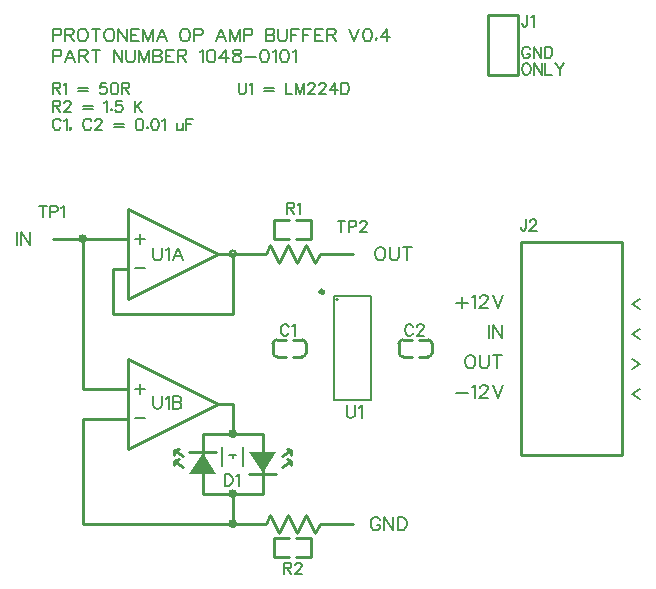
<source format=gto>
G04 Layer: TopSilkscreenLayer*
G04 Panelize: V-CUT, Column: 2, Row: 2, Board Size: 58.42mm x 58.42mm, Panelized Board Size: 118.84mm x 118.84mm*
G04 EasyEDA v6.5.32, 2023-07-25 14:04:49*
G04 318043db9db14eaab2a862ada9992c2d,5a6b42c53f6a479593ecc07194224c93,10*
G04 Gerber Generator version 0.2*
G04 Scale: 100 percent, Rotated: No, Reflected: No *
G04 Dimensions in millimeters *
G04 leading zeros omitted , absolute positions ,4 integer and 5 decimal *
%FSLAX45Y45*%
%MOMM*%

%ADD10C,0.1524*%
%ADD11C,0.2540*%
%ADD12C,0.1520*%
%ADD13C,0.1375*%
%ADD14C,0.4000*%
%ADD15C,0.0129*%

%LPD*%
D10*
X4769865Y3987037D02*
G01*
X4769865Y3914394D01*
X4765293Y3900678D01*
X4760722Y3896105D01*
X4751577Y3891534D01*
X4742688Y3891534D01*
X4733543Y3896105D01*
X4728972Y3900678D01*
X4724400Y3914394D01*
X4724400Y3923537D01*
X4804409Y3964431D02*
G01*
X4804409Y3969004D01*
X4808981Y3977894D01*
X4813554Y3982465D01*
X4822697Y3987037D01*
X4840731Y3987037D01*
X4849875Y3982465D01*
X4854447Y3977894D01*
X4859020Y3969004D01*
X4859020Y3959860D01*
X4854447Y3950715D01*
X4845304Y3937000D01*
X4799838Y3891534D01*
X4863591Y3891534D01*
X4227322Y3330447D02*
G01*
X4227322Y3232404D01*
X4178300Y3281426D02*
G01*
X4276597Y3281426D01*
X4312411Y3325113D02*
G01*
X4323334Y3330447D01*
X4339843Y3346957D01*
X4339843Y3232404D01*
X4381245Y3319526D02*
G01*
X4381245Y3325113D01*
X4386579Y3336036D01*
X4392168Y3341370D01*
X4403090Y3346957D01*
X4424934Y3346957D01*
X4435856Y3341370D01*
X4441190Y3336036D01*
X4446777Y3325113D01*
X4446777Y3314192D01*
X4441190Y3303270D01*
X4430268Y3287013D01*
X4375658Y3232404D01*
X4452111Y3232404D01*
X4488179Y3346957D02*
G01*
X4531868Y3232404D01*
X4575302Y3346957D02*
G01*
X4531868Y3232404D01*
X4178300Y2519426D02*
G01*
X4276597Y2519426D01*
X4312411Y2563113D02*
G01*
X4323334Y2568447D01*
X4339843Y2584957D01*
X4339843Y2470404D01*
X4381245Y2557526D02*
G01*
X4381245Y2563113D01*
X4386579Y2574036D01*
X4392168Y2579370D01*
X4403090Y2584957D01*
X4424934Y2584957D01*
X4435856Y2579370D01*
X4441190Y2574036D01*
X4446777Y2563113D01*
X4446777Y2552192D01*
X4441190Y2541270D01*
X4430268Y2525013D01*
X4375658Y2470404D01*
X4452111Y2470404D01*
X4488179Y2584957D02*
G01*
X4531868Y2470404D01*
X4575302Y2584957D02*
G01*
X4531868Y2470404D01*
X4457700Y3092957D02*
G01*
X4457700Y2978404D01*
X4493768Y3092957D02*
G01*
X4493768Y2978404D01*
X4493768Y3092957D02*
G01*
X4569968Y2978404D01*
X4569968Y3092957D02*
G01*
X4569968Y2978404D01*
X4287265Y2838957D02*
G01*
X4276343Y2833370D01*
X4265422Y2822447D01*
X4259834Y2811526D01*
X4254500Y2795270D01*
X4254500Y2768092D01*
X4259834Y2751581D01*
X4265422Y2740660D01*
X4276343Y2729737D01*
X4287265Y2724404D01*
X4309109Y2724404D01*
X4320031Y2729737D01*
X4330954Y2740660D01*
X4336288Y2751581D01*
X4341875Y2768092D01*
X4341875Y2795270D01*
X4336288Y2811526D01*
X4330954Y2822447D01*
X4320031Y2833370D01*
X4309109Y2838957D01*
X4287265Y2838957D01*
X4377690Y2838957D02*
G01*
X4377690Y2757170D01*
X4383277Y2740660D01*
X4394200Y2729737D01*
X4410456Y2724404D01*
X4421377Y2724404D01*
X4437888Y2729737D01*
X4448556Y2740660D01*
X4454143Y2757170D01*
X4454143Y2838957D01*
X4528311Y2838957D02*
G01*
X4528311Y2724404D01*
X4490211Y2838957D02*
G01*
X4566411Y2838957D01*
X762000Y5423915D02*
G01*
X762000Y5314950D01*
X762000Y5423915D02*
G01*
X808736Y5423915D01*
X824229Y5418836D01*
X829563Y5413502D01*
X834644Y5403087D01*
X834644Y5387594D01*
X829563Y5377179D01*
X824229Y5372100D01*
X808736Y5366765D01*
X762000Y5366765D01*
X910589Y5423915D02*
G01*
X868934Y5314950D01*
X910589Y5423915D02*
G01*
X952245Y5314950D01*
X884681Y5351271D02*
G01*
X936497Y5351271D01*
X986536Y5423915D02*
G01*
X986536Y5314950D01*
X986536Y5423915D02*
G01*
X1033271Y5423915D01*
X1048765Y5418836D01*
X1054100Y5413502D01*
X1059179Y5403087D01*
X1059179Y5392673D01*
X1054100Y5382260D01*
X1048765Y5377179D01*
X1033271Y5372100D01*
X986536Y5372100D01*
X1022857Y5372100D02*
G01*
X1059179Y5314950D01*
X1129792Y5423915D02*
G01*
X1129792Y5314950D01*
X1093470Y5423915D02*
G01*
X1166113Y5423915D01*
X1280413Y5423915D02*
G01*
X1280413Y5314950D01*
X1280413Y5423915D02*
G01*
X1353312Y5314950D01*
X1353312Y5423915D02*
G01*
X1353312Y5314950D01*
X1387602Y5423915D02*
G01*
X1387602Y5345937D01*
X1392681Y5330444D01*
X1403095Y5320029D01*
X1418589Y5314950D01*
X1429004Y5314950D01*
X1444752Y5320029D01*
X1455165Y5330444D01*
X1460245Y5345937D01*
X1460245Y5423915D01*
X1494536Y5423915D02*
G01*
X1494536Y5314950D01*
X1494536Y5423915D02*
G01*
X1536192Y5314950D01*
X1577594Y5423915D02*
G01*
X1536192Y5314950D01*
X1577594Y5423915D02*
G01*
X1577594Y5314950D01*
X1611884Y5423915D02*
G01*
X1611884Y5314950D01*
X1611884Y5423915D02*
G01*
X1658620Y5423915D01*
X1674368Y5418836D01*
X1679447Y5413502D01*
X1684781Y5403087D01*
X1684781Y5392673D01*
X1679447Y5382260D01*
X1674368Y5377179D01*
X1658620Y5372100D01*
X1611884Y5372100D02*
G01*
X1658620Y5372100D01*
X1674368Y5366765D01*
X1679447Y5361686D01*
X1684781Y5351271D01*
X1684781Y5335523D01*
X1679447Y5325110D01*
X1674368Y5320029D01*
X1658620Y5314950D01*
X1611884Y5314950D01*
X1719071Y5423915D02*
G01*
X1719071Y5314950D01*
X1719071Y5423915D02*
G01*
X1786636Y5423915D01*
X1719071Y5372100D02*
G01*
X1760473Y5372100D01*
X1719071Y5314950D02*
G01*
X1786636Y5314950D01*
X1820926Y5423915D02*
G01*
X1820926Y5314950D01*
X1820926Y5423915D02*
G01*
X1867662Y5423915D01*
X1883155Y5418836D01*
X1888489Y5413502D01*
X1893570Y5403087D01*
X1893570Y5392673D01*
X1888489Y5382260D01*
X1883155Y5377179D01*
X1867662Y5372100D01*
X1820926Y5372100D01*
X1857247Y5372100D02*
G01*
X1893570Y5314950D01*
X2007870Y5403087D02*
G01*
X2018284Y5408421D01*
X2033777Y5423915D01*
X2033777Y5314950D01*
X2099309Y5423915D02*
G01*
X2083815Y5418836D01*
X2073402Y5403087D01*
X2068068Y5377179D01*
X2068068Y5361686D01*
X2073402Y5335523D01*
X2083815Y5320029D01*
X2099309Y5314950D01*
X2109724Y5314950D01*
X2125218Y5320029D01*
X2135631Y5335523D01*
X2140965Y5361686D01*
X2140965Y5377179D01*
X2135631Y5403087D01*
X2125218Y5418836D01*
X2109724Y5423915D01*
X2099309Y5423915D01*
X2227072Y5423915D02*
G01*
X2175256Y5351271D01*
X2252979Y5351271D01*
X2227072Y5423915D02*
G01*
X2227072Y5314950D01*
X2313431Y5423915D02*
G01*
X2297684Y5418836D01*
X2292604Y5408421D01*
X2292604Y5398007D01*
X2297684Y5387594D01*
X2308097Y5382260D01*
X2328925Y5377179D01*
X2344420Y5372100D01*
X2354834Y5361686D01*
X2360168Y5351271D01*
X2360168Y5335523D01*
X2354834Y5325110D01*
X2349754Y5320029D01*
X2334259Y5314950D01*
X2313431Y5314950D01*
X2297684Y5320029D01*
X2292604Y5325110D01*
X2287270Y5335523D01*
X2287270Y5351271D01*
X2292604Y5361686D01*
X2303018Y5372100D01*
X2318511Y5377179D01*
X2339340Y5382260D01*
X2349754Y5387594D01*
X2354834Y5398007D01*
X2354834Y5408421D01*
X2349754Y5418836D01*
X2334259Y5423915D01*
X2313431Y5423915D01*
X2394458Y5361686D02*
G01*
X2487929Y5361686D01*
X2553461Y5423915D02*
G01*
X2537713Y5418836D01*
X2527300Y5403087D01*
X2522220Y5377179D01*
X2522220Y5361686D01*
X2527300Y5335523D01*
X2537713Y5320029D01*
X2553461Y5314950D01*
X2563875Y5314950D01*
X2579370Y5320029D01*
X2589784Y5335523D01*
X2594863Y5361686D01*
X2594863Y5377179D01*
X2589784Y5403087D01*
X2579370Y5418836D01*
X2563875Y5423915D01*
X2553461Y5423915D01*
X2629154Y5403087D02*
G01*
X2639568Y5408421D01*
X2655315Y5423915D01*
X2655315Y5314950D01*
X2720593Y5423915D02*
G01*
X2705100Y5418836D01*
X2694686Y5403087D01*
X2689606Y5377179D01*
X2689606Y5361686D01*
X2694686Y5335523D01*
X2705100Y5320029D01*
X2720593Y5314950D01*
X2731008Y5314950D01*
X2746756Y5320029D01*
X2757170Y5335523D01*
X2762250Y5361686D01*
X2762250Y5377179D01*
X2757170Y5403087D01*
X2746756Y5418836D01*
X2731008Y5423915D01*
X2720593Y5423915D01*
X2796540Y5403087D02*
G01*
X2806954Y5408421D01*
X2822447Y5423915D01*
X2822447Y5314950D01*
X762000Y5601715D02*
G01*
X762000Y5492750D01*
X762000Y5601715D02*
G01*
X808736Y5601715D01*
X824229Y5596636D01*
X829563Y5591302D01*
X834644Y5580887D01*
X834644Y5565394D01*
X829563Y5554979D01*
X824229Y5549900D01*
X808736Y5544565D01*
X762000Y5544565D01*
X868934Y5601715D02*
G01*
X868934Y5492750D01*
X868934Y5601715D02*
G01*
X915670Y5601715D01*
X931418Y5596636D01*
X936497Y5591302D01*
X941831Y5580887D01*
X941831Y5570473D01*
X936497Y5560060D01*
X931418Y5554979D01*
X915670Y5549900D01*
X868934Y5549900D01*
X905510Y5549900D02*
G01*
X941831Y5492750D01*
X1007110Y5601715D02*
G01*
X996950Y5596636D01*
X986536Y5586221D01*
X981202Y5575807D01*
X976121Y5560060D01*
X976121Y5534152D01*
X981202Y5518657D01*
X986536Y5508244D01*
X996950Y5497829D01*
X1007110Y5492750D01*
X1027937Y5492750D01*
X1038352Y5497829D01*
X1048765Y5508244D01*
X1054100Y5518657D01*
X1059179Y5534152D01*
X1059179Y5560060D01*
X1054100Y5575807D01*
X1048765Y5586221D01*
X1038352Y5596636D01*
X1027937Y5601715D01*
X1007110Y5601715D01*
X1129792Y5601715D02*
G01*
X1129792Y5492750D01*
X1093470Y5601715D02*
G01*
X1166113Y5601715D01*
X1231645Y5601715D02*
G01*
X1221231Y5596636D01*
X1210818Y5586221D01*
X1205737Y5575807D01*
X1200404Y5560060D01*
X1200404Y5534152D01*
X1205737Y5518657D01*
X1210818Y5508244D01*
X1221231Y5497829D01*
X1231645Y5492750D01*
X1252473Y5492750D01*
X1262887Y5497829D01*
X1273302Y5508244D01*
X1278381Y5518657D01*
X1283715Y5534152D01*
X1283715Y5560060D01*
X1278381Y5575807D01*
X1273302Y5586221D01*
X1262887Y5596636D01*
X1252473Y5601715D01*
X1231645Y5601715D01*
X1318005Y5601715D02*
G01*
X1318005Y5492750D01*
X1318005Y5601715D02*
G01*
X1390650Y5492750D01*
X1390650Y5601715D02*
G01*
X1390650Y5492750D01*
X1424939Y5601715D02*
G01*
X1424939Y5492750D01*
X1424939Y5601715D02*
G01*
X1492504Y5601715D01*
X1424939Y5549900D02*
G01*
X1466595Y5549900D01*
X1424939Y5492750D02*
G01*
X1492504Y5492750D01*
X1526794Y5601715D02*
G01*
X1526794Y5492750D01*
X1526794Y5601715D02*
G01*
X1568450Y5492750D01*
X1609852Y5601715D02*
G01*
X1568450Y5492750D01*
X1609852Y5601715D02*
G01*
X1609852Y5492750D01*
X1685797Y5601715D02*
G01*
X1644142Y5492750D01*
X1685797Y5601715D02*
G01*
X1727200Y5492750D01*
X1659889Y5529071D02*
G01*
X1711705Y5529071D01*
X1872742Y5601715D02*
G01*
X1862328Y5596636D01*
X1851913Y5586221D01*
X1846834Y5575807D01*
X1841500Y5560060D01*
X1841500Y5534152D01*
X1846834Y5518657D01*
X1851913Y5508244D01*
X1862328Y5497829D01*
X1872742Y5492750D01*
X1893570Y5492750D01*
X1903984Y5497829D01*
X1914397Y5508244D01*
X1919478Y5518657D01*
X1924812Y5534152D01*
X1924812Y5560060D01*
X1919478Y5575807D01*
X1914397Y5586221D01*
X1903984Y5596636D01*
X1893570Y5601715D01*
X1872742Y5601715D01*
X1959102Y5601715D02*
G01*
X1959102Y5492750D01*
X1959102Y5601715D02*
G01*
X2005838Y5601715D01*
X2021331Y5596636D01*
X2026665Y5591302D01*
X2031745Y5580887D01*
X2031745Y5565394D01*
X2026665Y5554979D01*
X2021331Y5549900D01*
X2005838Y5544565D01*
X1959102Y5544565D01*
X2187702Y5601715D02*
G01*
X2146045Y5492750D01*
X2187702Y5601715D02*
G01*
X2229104Y5492750D01*
X2161540Y5529071D02*
G01*
X2213609Y5529071D01*
X2263393Y5601715D02*
G01*
X2263393Y5492750D01*
X2263393Y5601715D02*
G01*
X2305050Y5492750D01*
X2346706Y5601715D02*
G01*
X2305050Y5492750D01*
X2346706Y5601715D02*
G01*
X2346706Y5492750D01*
X2380995Y5601715D02*
G01*
X2380995Y5492750D01*
X2380995Y5601715D02*
G01*
X2427731Y5601715D01*
X2443225Y5596636D01*
X2448559Y5591302D01*
X2453640Y5580887D01*
X2453640Y5565394D01*
X2448559Y5554979D01*
X2443225Y5549900D01*
X2427731Y5544565D01*
X2380995Y5544565D01*
X2567940Y5601715D02*
G01*
X2567940Y5492750D01*
X2567940Y5601715D02*
G01*
X2614675Y5601715D01*
X2630170Y5596636D01*
X2635504Y5591302D01*
X2640584Y5580887D01*
X2640584Y5570473D01*
X2635504Y5560060D01*
X2630170Y5554979D01*
X2614675Y5549900D01*
X2567940Y5549900D02*
G01*
X2614675Y5549900D01*
X2630170Y5544565D01*
X2635504Y5539486D01*
X2640584Y5529071D01*
X2640584Y5513323D01*
X2635504Y5502910D01*
X2630170Y5497829D01*
X2614675Y5492750D01*
X2567940Y5492750D01*
X2674874Y5601715D02*
G01*
X2674874Y5523737D01*
X2680208Y5508244D01*
X2690622Y5497829D01*
X2706115Y5492750D01*
X2716529Y5492750D01*
X2732024Y5497829D01*
X2742438Y5508244D01*
X2747772Y5523737D01*
X2747772Y5601715D01*
X2782061Y5601715D02*
G01*
X2782061Y5492750D01*
X2782061Y5601715D02*
G01*
X2849625Y5601715D01*
X2782061Y5549900D02*
G01*
X2823463Y5549900D01*
X2883915Y5601715D02*
G01*
X2883915Y5492750D01*
X2883915Y5601715D02*
G01*
X2951479Y5601715D01*
X2883915Y5549900D02*
G01*
X2925318Y5549900D01*
X2985770Y5601715D02*
G01*
X2985770Y5492750D01*
X2985770Y5601715D02*
G01*
X3053079Y5601715D01*
X2985770Y5549900D02*
G01*
X3027172Y5549900D01*
X2985770Y5492750D02*
G01*
X3053079Y5492750D01*
X3087370Y5601715D02*
G01*
X3087370Y5492750D01*
X3087370Y5601715D02*
G01*
X3134359Y5601715D01*
X3149854Y5596636D01*
X3154934Y5591302D01*
X3160268Y5580887D01*
X3160268Y5570473D01*
X3154934Y5560060D01*
X3149854Y5554979D01*
X3134359Y5549900D01*
X3087370Y5549900D01*
X3123945Y5549900D02*
G01*
X3160268Y5492750D01*
X3274568Y5601715D02*
G01*
X3315970Y5492750D01*
X3357625Y5601715D02*
G01*
X3315970Y5492750D01*
X3423158Y5601715D02*
G01*
X3407409Y5596636D01*
X3397250Y5580887D01*
X3391915Y5554979D01*
X3391915Y5539486D01*
X3397250Y5513323D01*
X3407409Y5497829D01*
X3423158Y5492750D01*
X3433572Y5492750D01*
X3449065Y5497829D01*
X3459479Y5513323D01*
X3464559Y5539486D01*
X3464559Y5554979D01*
X3459479Y5580887D01*
X3449065Y5596636D01*
X3433572Y5601715D01*
X3423158Y5601715D01*
X3504184Y5518657D02*
G01*
X3498850Y5513323D01*
X3504184Y5508244D01*
X3509263Y5513323D01*
X3504184Y5518657D01*
X3595624Y5601715D02*
G01*
X3543554Y5529071D01*
X3621531Y5529071D01*
X3595624Y5601715D02*
G01*
X3595624Y5492750D01*
X1501394Y2589276D02*
G01*
X1501394Y2507234D01*
X1460500Y2548381D02*
G01*
X1542287Y2548381D01*
X1460500Y2307081D02*
G01*
X1542287Y2307081D01*
X1460500Y3577081D02*
G01*
X1542287Y3577081D01*
X1501394Y3859276D02*
G01*
X1501394Y3777234D01*
X1460500Y3818381D02*
G01*
X1542287Y3818381D01*
X457200Y3880357D02*
G01*
X457200Y3765804D01*
X493268Y3880357D02*
G01*
X493268Y3765804D01*
X493268Y3880357D02*
G01*
X569468Y3765804D01*
X569468Y3880357D02*
G01*
X569468Y3765804D01*
X3525265Y3753357D02*
G01*
X3514343Y3747770D01*
X3503422Y3736847D01*
X3497834Y3725926D01*
X3492500Y3709670D01*
X3492500Y3682492D01*
X3497834Y3665981D01*
X3503422Y3655060D01*
X3514343Y3644137D01*
X3525265Y3638804D01*
X3547109Y3638804D01*
X3558031Y3644137D01*
X3568954Y3655060D01*
X3574288Y3665981D01*
X3579875Y3682492D01*
X3579875Y3709670D01*
X3574288Y3725926D01*
X3568954Y3736847D01*
X3558031Y3747770D01*
X3547109Y3753357D01*
X3525265Y3753357D01*
X3615690Y3753357D02*
G01*
X3615690Y3671570D01*
X3621277Y3655060D01*
X3632200Y3644137D01*
X3648456Y3638804D01*
X3659377Y3638804D01*
X3675888Y3644137D01*
X3686556Y3655060D01*
X3692143Y3671570D01*
X3692143Y3753357D01*
X3766311Y3753357D02*
G01*
X3766311Y3638804D01*
X3728211Y3753357D02*
G01*
X3804411Y3753357D01*
X5664200Y2805201D02*
G01*
X5736843Y2764307D01*
X5664200Y2723159D01*
X5736843Y3059176D02*
G01*
X5664200Y3018281D01*
X5736843Y2977387D01*
X5736843Y3313176D02*
G01*
X5664200Y3272281D01*
X5736843Y3231387D01*
X5736843Y2551176D02*
G01*
X5664200Y2510281D01*
X5736843Y2469387D01*
X4782565Y5714237D02*
G01*
X4782565Y5641594D01*
X4777993Y5627878D01*
X4773422Y5623305D01*
X4764277Y5618734D01*
X4755388Y5618734D01*
X4746243Y5623305D01*
X4741672Y5627878D01*
X4737100Y5641594D01*
X4737100Y5650737D01*
X4812538Y5696204D02*
G01*
X4821681Y5700776D01*
X4835397Y5714237D01*
X4835397Y5618734D01*
X4805172Y5424931D02*
G01*
X4800854Y5434076D01*
X4791709Y5442965D01*
X4782565Y5447537D01*
X4764277Y5447537D01*
X4755388Y5442965D01*
X4746243Y5434076D01*
X4741672Y5424931D01*
X4737100Y5411215D01*
X4737100Y5388610D01*
X4741672Y5374894D01*
X4746243Y5365750D01*
X4755388Y5356605D01*
X4764277Y5352034D01*
X4782565Y5352034D01*
X4791709Y5356605D01*
X4800854Y5365750D01*
X4805172Y5374894D01*
X4805172Y5388610D01*
X4782565Y5388610D02*
G01*
X4805172Y5388610D01*
X4835397Y5447537D02*
G01*
X4835397Y5352034D01*
X4835397Y5447537D02*
G01*
X4898897Y5352034D01*
X4898897Y5447537D02*
G01*
X4898897Y5352034D01*
X4928870Y5447537D02*
G01*
X4928870Y5352034D01*
X4928870Y5447537D02*
G01*
X4960620Y5447537D01*
X4974336Y5442965D01*
X4983479Y5434076D01*
X4988052Y5424931D01*
X4992624Y5411215D01*
X4992624Y5388610D01*
X4988052Y5374894D01*
X4983479Y5365750D01*
X4974336Y5356605D01*
X4960620Y5352034D01*
X4928870Y5352034D01*
X4764277Y5307837D02*
G01*
X4755388Y5303265D01*
X4746243Y5294376D01*
X4741672Y5285231D01*
X4737100Y5271515D01*
X4737100Y5248910D01*
X4741672Y5235194D01*
X4746243Y5226050D01*
X4755388Y5216905D01*
X4764277Y5212334D01*
X4782565Y5212334D01*
X4791709Y5216905D01*
X4800854Y5226050D01*
X4805172Y5235194D01*
X4809743Y5248910D01*
X4809743Y5271515D01*
X4805172Y5285231D01*
X4800854Y5294376D01*
X4791709Y5303265D01*
X4782565Y5307837D01*
X4764277Y5307837D01*
X4839715Y5307837D02*
G01*
X4839715Y5212334D01*
X4839715Y5307837D02*
G01*
X4903470Y5212334D01*
X4903470Y5307837D02*
G01*
X4903470Y5212334D01*
X4933441Y5307837D02*
G01*
X4933441Y5212334D01*
X4933441Y5212334D02*
G01*
X4988052Y5212334D01*
X5018024Y5307837D02*
G01*
X5054345Y5262371D01*
X5054345Y5212334D01*
X5090668Y5307837D02*
G01*
X5054345Y5262371D01*
X3206750Y3974337D02*
G01*
X3206750Y3878834D01*
X3175000Y3974337D02*
G01*
X3238754Y3974337D01*
X3268725Y3974337D02*
G01*
X3268725Y3878834D01*
X3268725Y3974337D02*
G01*
X3309620Y3974337D01*
X3323081Y3969765D01*
X3327654Y3965194D01*
X3332225Y3956304D01*
X3332225Y3942587D01*
X3327654Y3933444D01*
X3323081Y3928871D01*
X3309620Y3924300D01*
X3268725Y3924300D01*
X3366770Y3951731D02*
G01*
X3366770Y3956304D01*
X3371341Y3965194D01*
X3375913Y3969765D01*
X3385058Y3974337D01*
X3403091Y3974337D01*
X3412236Y3969765D01*
X3416808Y3965194D01*
X3421379Y3956304D01*
X3421379Y3947160D01*
X3416808Y3938015D01*
X3407663Y3924300D01*
X3362197Y3878834D01*
X3425952Y3878834D01*
X679450Y4101337D02*
G01*
X679450Y4005834D01*
X647700Y4101337D02*
G01*
X711454Y4101337D01*
X741426Y4101337D02*
G01*
X741426Y4005834D01*
X741426Y4101337D02*
G01*
X782320Y4101337D01*
X795781Y4096765D01*
X800354Y4092194D01*
X804926Y4083304D01*
X804926Y4069587D01*
X800354Y4060444D01*
X795781Y4055871D01*
X782320Y4051300D01*
X741426Y4051300D01*
X834897Y4083304D02*
G01*
X844042Y4087876D01*
X857757Y4101337D01*
X857757Y4005834D01*
X762000Y5142737D02*
G01*
X762000Y5047234D01*
X762000Y5142737D02*
G01*
X802894Y5142737D01*
X816610Y5138165D01*
X821181Y5133594D01*
X825754Y5124704D01*
X825754Y5115560D01*
X821181Y5106415D01*
X816610Y5101844D01*
X802894Y5097271D01*
X762000Y5097271D01*
X793750Y5097271D02*
G01*
X825754Y5047234D01*
X855726Y5124704D02*
G01*
X864615Y5129276D01*
X878331Y5142737D01*
X878331Y5047234D01*
X978407Y5101844D02*
G01*
X1060195Y5101844D01*
X978407Y5074665D02*
G01*
X1060195Y5074665D01*
X1214628Y5142737D02*
G01*
X1169162Y5142737D01*
X1164844Y5101844D01*
X1169162Y5106415D01*
X1182878Y5110987D01*
X1196594Y5110987D01*
X1210055Y5106415D01*
X1219200Y5097271D01*
X1223771Y5083810D01*
X1223771Y5074665D01*
X1219200Y5060950D01*
X1210055Y5051805D01*
X1196594Y5047234D01*
X1182878Y5047234D01*
X1169162Y5051805D01*
X1164844Y5056378D01*
X1160271Y5065521D01*
X1281176Y5142737D02*
G01*
X1267460Y5138165D01*
X1258315Y5124704D01*
X1253744Y5101844D01*
X1253744Y5088381D01*
X1258315Y5065521D01*
X1267460Y5051805D01*
X1281176Y5047234D01*
X1290065Y5047234D01*
X1303781Y5051805D01*
X1312926Y5065521D01*
X1317497Y5088381D01*
X1317497Y5101844D01*
X1312926Y5124704D01*
X1303781Y5138165D01*
X1290065Y5142737D01*
X1281176Y5142737D01*
X1347470Y5142737D02*
G01*
X1347470Y5047234D01*
X1347470Y5142737D02*
G01*
X1388363Y5142737D01*
X1402079Y5138165D01*
X1406652Y5133594D01*
X1410970Y5124704D01*
X1410970Y5115560D01*
X1406652Y5106415D01*
X1402079Y5101844D01*
X1388363Y5097271D01*
X1347470Y5097271D01*
X1379220Y5097271D02*
G01*
X1410970Y5047234D01*
X762000Y4990337D02*
G01*
X762000Y4894834D01*
X762000Y4990337D02*
G01*
X802894Y4990337D01*
X816610Y4985765D01*
X821181Y4981194D01*
X825754Y4972304D01*
X825754Y4963160D01*
X821181Y4954015D01*
X816610Y4949444D01*
X802894Y4944871D01*
X762000Y4944871D01*
X793750Y4944871D02*
G01*
X825754Y4894834D01*
X860297Y4967731D02*
G01*
X860297Y4972304D01*
X864615Y4981194D01*
X869187Y4985765D01*
X878331Y4990337D01*
X896620Y4990337D01*
X905510Y4985765D01*
X910081Y4981194D01*
X914654Y4972304D01*
X914654Y4963160D01*
X910081Y4954015D01*
X901192Y4940300D01*
X855726Y4894834D01*
X919226Y4894834D01*
X1019302Y4949444D02*
G01*
X1101089Y4949444D01*
X1019302Y4922265D02*
G01*
X1101089Y4922265D01*
X1201165Y4972304D02*
G01*
X1210055Y4976876D01*
X1223771Y4990337D01*
X1223771Y4894834D01*
X1258315Y4917694D02*
G01*
X1253744Y4913121D01*
X1258315Y4908550D01*
X1262887Y4913121D01*
X1258315Y4917694D01*
X1347470Y4990337D02*
G01*
X1302004Y4990337D01*
X1297431Y4949444D01*
X1302004Y4954015D01*
X1315720Y4958587D01*
X1329181Y4958587D01*
X1342897Y4954015D01*
X1352042Y4944871D01*
X1356613Y4931410D01*
X1356613Y4922265D01*
X1352042Y4908550D01*
X1342897Y4899405D01*
X1329181Y4894834D01*
X1315720Y4894834D01*
X1302004Y4899405D01*
X1297431Y4903978D01*
X1292860Y4913121D01*
X1456436Y4990337D02*
G01*
X1456436Y4894834D01*
X1520189Y4990337D02*
G01*
X1456436Y4926837D01*
X1479295Y4949444D02*
G01*
X1520189Y4894834D01*
X2336800Y5142737D02*
G01*
X2336800Y5074665D01*
X2341372Y5060950D01*
X2350515Y5051805D01*
X2363977Y5047234D01*
X2373122Y5047234D01*
X2386838Y5051805D01*
X2395981Y5060950D01*
X2400554Y5074665D01*
X2400554Y5142737D01*
X2430525Y5124704D02*
G01*
X2439415Y5129276D01*
X2453131Y5142737D01*
X2453131Y5047234D01*
X2553208Y5101844D02*
G01*
X2634995Y5101844D01*
X2553208Y5074665D02*
G01*
X2634995Y5074665D01*
X2735072Y5142737D02*
G01*
X2735072Y5047234D01*
X2735072Y5047234D02*
G01*
X2789427Y5047234D01*
X2819400Y5142737D02*
G01*
X2819400Y5047234D01*
X2819400Y5142737D02*
G01*
X2855975Y5047234D01*
X2892297Y5142737D02*
G01*
X2855975Y5047234D01*
X2892297Y5142737D02*
G01*
X2892297Y5047234D01*
X2926841Y5120131D02*
G01*
X2926841Y5124704D01*
X2931413Y5133594D01*
X2935986Y5138165D01*
X2944875Y5142737D01*
X2963163Y5142737D01*
X2972308Y5138165D01*
X2976879Y5133594D01*
X2981452Y5124704D01*
X2981452Y5115560D01*
X2976879Y5106415D01*
X2967736Y5092700D01*
X2922270Y5047234D01*
X2985770Y5047234D01*
X3020313Y5120131D02*
G01*
X3020313Y5124704D01*
X3024886Y5133594D01*
X3029458Y5138165D01*
X3038602Y5142737D01*
X3056890Y5142737D01*
X3065779Y5138165D01*
X3070352Y5133594D01*
X3074924Y5124704D01*
X3074924Y5115560D01*
X3070352Y5106415D01*
X3061461Y5092700D01*
X3015995Y5047234D01*
X3079495Y5047234D01*
X3154934Y5142737D02*
G01*
X3109468Y5079237D01*
X3177793Y5079237D01*
X3154934Y5142737D02*
G01*
X3154934Y5047234D01*
X3207765Y5142737D02*
G01*
X3207765Y5047234D01*
X3207765Y5142737D02*
G01*
X3239515Y5142737D01*
X3253231Y5138165D01*
X3262375Y5129276D01*
X3266693Y5120131D01*
X3271265Y5106415D01*
X3271265Y5083810D01*
X3266693Y5070094D01*
X3262375Y5060950D01*
X3253231Y5051805D01*
X3239515Y5047234D01*
X3207765Y5047234D01*
X1612900Y2490215D02*
G01*
X1612900Y2412237D01*
X1617979Y2396744D01*
X1628394Y2386329D01*
X1644142Y2381250D01*
X1654555Y2381250D01*
X1670050Y2386329D01*
X1680463Y2396744D01*
X1685544Y2412237D01*
X1685544Y2490215D01*
X1719834Y2469387D02*
G01*
X1730247Y2474721D01*
X1745995Y2490215D01*
X1745995Y2381250D01*
X1780286Y2490215D02*
G01*
X1780286Y2381250D01*
X1780286Y2490215D02*
G01*
X1827021Y2490215D01*
X1842515Y2485136D01*
X1847850Y2479802D01*
X1852929Y2469387D01*
X1852929Y2458973D01*
X1847850Y2448560D01*
X1842515Y2443479D01*
X1827021Y2438400D01*
X1780286Y2438400D02*
G01*
X1827021Y2438400D01*
X1842515Y2433065D01*
X1847850Y2427986D01*
X1852929Y2417571D01*
X1852929Y2401823D01*
X1847850Y2391410D01*
X1842515Y2386329D01*
X1827021Y2381250D01*
X1780286Y2381250D01*
X1612900Y3747515D02*
G01*
X1612900Y3669537D01*
X1617979Y3654044D01*
X1628394Y3643629D01*
X1644142Y3638550D01*
X1654555Y3638550D01*
X1670050Y3643629D01*
X1680463Y3654044D01*
X1685544Y3669537D01*
X1685544Y3747515D01*
X1719834Y3726687D02*
G01*
X1730247Y3732021D01*
X1745995Y3747515D01*
X1745995Y3638550D01*
X1821687Y3747515D02*
G01*
X1780286Y3638550D01*
X1821687Y3747515D02*
G01*
X1863344Y3638550D01*
X1795779Y3674871D02*
G01*
X1847850Y3674871D01*
X830071Y4815331D02*
G01*
X825754Y4824476D01*
X816610Y4833365D01*
X807465Y4837937D01*
X789178Y4837937D01*
X780287Y4833365D01*
X771144Y4824476D01*
X766571Y4815331D01*
X762000Y4801615D01*
X762000Y4779010D01*
X766571Y4765294D01*
X771144Y4756150D01*
X780287Y4747005D01*
X789178Y4742434D01*
X807465Y4742434D01*
X816610Y4747005D01*
X825754Y4756150D01*
X830071Y4765294D01*
X860297Y4819904D02*
G01*
X869187Y4824476D01*
X882904Y4837937D01*
X882904Y4742434D01*
X922020Y4760721D02*
G01*
X917447Y4756150D01*
X912876Y4760721D01*
X917447Y4765294D01*
X922020Y4760721D01*
X922020Y4751578D01*
X912876Y4742434D01*
X1090168Y4815331D02*
G01*
X1085595Y4824476D01*
X1076452Y4833365D01*
X1067562Y4837937D01*
X1049273Y4837937D01*
X1040129Y4833365D01*
X1030986Y4824476D01*
X1026668Y4815331D01*
X1022095Y4801615D01*
X1022095Y4779010D01*
X1026668Y4765294D01*
X1030986Y4756150D01*
X1040129Y4747005D01*
X1049273Y4742434D01*
X1067562Y4742434D01*
X1076452Y4747005D01*
X1085595Y4756150D01*
X1090168Y4765294D01*
X1124712Y4815331D02*
G01*
X1124712Y4819904D01*
X1129284Y4828794D01*
X1133855Y4833365D01*
X1143000Y4837937D01*
X1161034Y4837937D01*
X1170178Y4833365D01*
X1174750Y4828794D01*
X1179321Y4819904D01*
X1179321Y4810760D01*
X1174750Y4801615D01*
X1165605Y4787900D01*
X1120139Y4742434D01*
X1183894Y4742434D01*
X1283715Y4797044D02*
G01*
X1365757Y4797044D01*
X1283715Y4769865D02*
G01*
X1365757Y4769865D01*
X1493012Y4837937D02*
G01*
X1479295Y4833365D01*
X1470152Y4819904D01*
X1465579Y4797044D01*
X1465579Y4783581D01*
X1470152Y4760721D01*
X1479295Y4747005D01*
X1493012Y4742434D01*
X1501902Y4742434D01*
X1515618Y4747005D01*
X1524762Y4760721D01*
X1529334Y4783581D01*
X1529334Y4797044D01*
X1524762Y4819904D01*
X1515618Y4833365D01*
X1501902Y4837937D01*
X1493012Y4837937D01*
X1563878Y4765294D02*
G01*
X1559305Y4760721D01*
X1563878Y4756150D01*
X1568450Y4760721D01*
X1563878Y4765294D01*
X1625600Y4837937D02*
G01*
X1611884Y4833365D01*
X1602994Y4819904D01*
X1598421Y4797044D01*
X1598421Y4783581D01*
X1602994Y4760721D01*
X1611884Y4747005D01*
X1625600Y4742434D01*
X1634744Y4742434D01*
X1648460Y4747005D01*
X1657350Y4760721D01*
X1661921Y4783581D01*
X1661921Y4797044D01*
X1657350Y4819904D01*
X1648460Y4833365D01*
X1634744Y4837937D01*
X1625600Y4837937D01*
X1691894Y4819904D02*
G01*
X1701037Y4824476D01*
X1714754Y4837937D01*
X1714754Y4742434D01*
X1814829Y4806187D02*
G01*
X1814829Y4760721D01*
X1819147Y4747005D01*
X1828292Y4742434D01*
X1842007Y4742434D01*
X1851152Y4747005D01*
X1864613Y4760721D01*
X1864613Y4806187D02*
G01*
X1864613Y4742434D01*
X1894839Y4837937D02*
G01*
X1894839Y4742434D01*
X1894839Y4837937D02*
G01*
X1953768Y4837937D01*
X1894839Y4792471D02*
G01*
X1931161Y4792471D01*
X3536188Y1439926D02*
G01*
X3530854Y1450847D01*
X3519931Y1461770D01*
X3509009Y1467357D01*
X3487165Y1467357D01*
X3476243Y1461770D01*
X3465322Y1450847D01*
X3459734Y1439926D01*
X3454400Y1423670D01*
X3454400Y1396492D01*
X3459734Y1379981D01*
X3465322Y1369060D01*
X3476243Y1358137D01*
X3487165Y1352804D01*
X3509009Y1352804D01*
X3519931Y1358137D01*
X3530854Y1369060D01*
X3536188Y1379981D01*
X3536188Y1396492D01*
X3509009Y1396492D02*
G01*
X3536188Y1396492D01*
X3572256Y1467357D02*
G01*
X3572256Y1352804D01*
X3572256Y1467357D02*
G01*
X3648456Y1352804D01*
X3648456Y1467357D02*
G01*
X3648456Y1352804D01*
X3684524Y1467357D02*
G01*
X3684524Y1352804D01*
X3684524Y1467357D02*
G01*
X3722877Y1467357D01*
X3739134Y1461770D01*
X3750056Y1450847D01*
X3755390Y1439926D01*
X3760977Y1423670D01*
X3760977Y1396492D01*
X3755390Y1379981D01*
X3750056Y1369060D01*
X3739134Y1358137D01*
X3722877Y1352804D01*
X3684524Y1352804D01*
X3251200Y2414015D02*
G01*
X3251200Y2336037D01*
X3256279Y2320544D01*
X3266693Y2310129D01*
X3282441Y2305050D01*
X3292856Y2305050D01*
X3308350Y2310129D01*
X3318763Y2320544D01*
X3323843Y2336037D01*
X3323843Y2414015D01*
X3358134Y2393187D02*
G01*
X3368547Y2398521D01*
X3384295Y2414015D01*
X3384295Y2305050D01*
X2717800Y1078737D02*
G01*
X2717800Y983234D01*
X2717800Y1078737D02*
G01*
X2758693Y1078737D01*
X2772409Y1074165D01*
X2776981Y1069594D01*
X2781554Y1060704D01*
X2781554Y1051560D01*
X2776981Y1042415D01*
X2772409Y1037844D01*
X2758693Y1033271D01*
X2717800Y1033271D01*
X2749550Y1033271D02*
G01*
X2781554Y983234D01*
X2816097Y1056131D02*
G01*
X2816097Y1060704D01*
X2820415Y1069594D01*
X2824988Y1074165D01*
X2834131Y1078737D01*
X2852420Y1078737D01*
X2861309Y1074165D01*
X2865881Y1069594D01*
X2870454Y1060704D01*
X2870454Y1051560D01*
X2865881Y1042415D01*
X2856991Y1028700D01*
X2811525Y983234D01*
X2875025Y983234D01*
X2743200Y4126737D02*
G01*
X2743200Y4031234D01*
X2743200Y4126737D02*
G01*
X2784093Y4126737D01*
X2797809Y4122165D01*
X2802381Y4117594D01*
X2806954Y4108704D01*
X2806954Y4099560D01*
X2802381Y4090415D01*
X2797809Y4085844D01*
X2784093Y4081271D01*
X2743200Y4081271D01*
X2774950Y4081271D02*
G01*
X2806954Y4031234D01*
X2836925Y4108704D02*
G01*
X2845815Y4113276D01*
X2859531Y4126737D01*
X2859531Y4031234D01*
X2222627Y1828164D02*
G01*
X2222627Y1732661D01*
X2222627Y1828164D02*
G01*
X2254377Y1828164D01*
X2267838Y1823593D01*
X2276983Y1814448D01*
X2281554Y1805304D01*
X2286127Y1791843D01*
X2286127Y1768982D01*
X2281554Y1755267D01*
X2276983Y1746377D01*
X2267838Y1737232D01*
X2254377Y1732661D01*
X2222627Y1732661D01*
X2316099Y1809877D02*
G01*
X2325243Y1814448D01*
X2338959Y1828164D01*
X2338959Y1732661D01*
X3814572Y3075431D02*
G01*
X3810254Y3084576D01*
X3801109Y3093465D01*
X3791965Y3098037D01*
X3773677Y3098037D01*
X3764788Y3093465D01*
X3755643Y3084576D01*
X3751072Y3075431D01*
X3746500Y3061715D01*
X3746500Y3039110D01*
X3751072Y3025394D01*
X3755643Y3016250D01*
X3764788Y3007105D01*
X3773677Y3002534D01*
X3791965Y3002534D01*
X3801109Y3007105D01*
X3810254Y3016250D01*
X3814572Y3025394D01*
X3849115Y3075431D02*
G01*
X3849115Y3080004D01*
X3853688Y3088894D01*
X3858259Y3093465D01*
X3867404Y3098037D01*
X3885691Y3098037D01*
X3894581Y3093465D01*
X3899154Y3088894D01*
X3903725Y3080004D01*
X3903725Y3070860D01*
X3899154Y3061715D01*
X3890009Y3048000D01*
X3844797Y3002534D01*
X3908297Y3002534D01*
X2760472Y3075431D02*
G01*
X2756154Y3084576D01*
X2747009Y3093465D01*
X2737865Y3098037D01*
X2719577Y3098037D01*
X2710688Y3093465D01*
X2701543Y3084576D01*
X2696972Y3075431D01*
X2692400Y3061715D01*
X2692400Y3039110D01*
X2696972Y3025394D01*
X2701543Y3016250D01*
X2710688Y3007105D01*
X2719577Y3002534D01*
X2737865Y3002534D01*
X2747009Y3007105D01*
X2756154Y3016250D01*
X2760472Y3025394D01*
X2790697Y3080004D02*
G01*
X2799588Y3084576D01*
X2813304Y3098037D01*
X2813304Y3002534D01*
G36*
X2032000Y2006600D02*
G01*
X1917700Y1828800D01*
X2146300Y1828800D01*
G37*
G36*
X2425700Y2019300D02*
G01*
X2540000Y1841500D01*
X2654300Y2019300D01*
G37*
D11*
X2286000Y1409700D02*
G01*
X2565400Y1409700D01*
X2603500Y1485900D01*
X2679700Y1333500D01*
X2755900Y1485900D01*
X2832100Y1333500D01*
X2908300Y1485900D01*
X2984500Y1333500D01*
X3022600Y1409700D01*
X3302000Y1409700D01*
X2540000Y1917700D02*
G01*
X2540000Y2171700D01*
X2286000Y2171700D01*
X2286000Y2425700D01*
X2286000Y2425700D02*
G01*
X2159000Y2425700D01*
X2286000Y1409700D02*
G01*
X2286000Y1663700D01*
X2540000Y1663700D01*
X2540000Y1917700D01*
X1397000Y3314700D02*
G01*
X1397000Y4076700D01*
X2159000Y3695700D01*
X1397000Y3314700D01*
X1397000Y2044700D02*
G01*
X1397000Y2806700D01*
X2159000Y2425700D01*
X1397000Y2044700D01*
X2286000Y3695700D02*
G01*
X2565400Y3695700D01*
X2603500Y3771900D01*
X2679700Y3619500D01*
X2755900Y3771900D01*
X2832100Y3619500D01*
X2908300Y3771900D01*
X2984500Y3619500D01*
X3022600Y3695700D01*
X3302000Y3695700D01*
X2159000Y3695700D02*
G01*
X2286000Y3695700D01*
X2286000Y3695700D02*
G01*
X2286000Y3187700D01*
X2286000Y3187700D02*
G01*
X1270000Y3187700D01*
X1270000Y3568700D01*
X1397000Y3568700D01*
X1016000Y3822700D02*
G01*
X1016000Y2552700D01*
X1397000Y3822700D02*
G01*
X762000Y3822700D01*
X2286000Y1409700D02*
G01*
X1016000Y1409700D01*
X1016000Y2298700D01*
X1397000Y2298700D01*
X1016000Y2552700D02*
G01*
X1397000Y2552700D01*
X2705100Y1892300D02*
G01*
X2781300Y1943100D01*
X2781300Y1943100D02*
G01*
X2743200Y1955800D01*
X2781300Y1943100D02*
G01*
X2781300Y1905000D01*
X2781300Y2032000D02*
G01*
X2743200Y2044700D01*
X2781300Y2032000D02*
G01*
X2781300Y1993900D01*
X2705100Y1981200D02*
G01*
X2781300Y2032000D01*
X1866900Y1892300D02*
G01*
X1790700Y1943100D01*
X1790700Y1943100D02*
G01*
X1828800Y1955800D01*
X1790700Y1943100D02*
G01*
X1790700Y1905000D01*
X1790700Y2032000D02*
G01*
X1828800Y2044700D01*
X1790700Y2032000D02*
G01*
X1790700Y1993900D01*
X1866900Y1981200D02*
G01*
X1790700Y2032000D01*
X2654300Y1828800D02*
G01*
X2425700Y1828800D01*
X1917700Y2019300D02*
G01*
X2146300Y2019300D01*
X2032000Y1898650D02*
G01*
X2032000Y2171700D01*
X2286000Y2171700D01*
X2286000Y1663700D02*
G01*
X2032000Y1663700D01*
X2032000Y1917700D01*
D10*
X3142480Y3338217D02*
G01*
X3461519Y3338217D01*
X3461519Y2452979D01*
X3142480Y2452979D01*
X3142480Y3338217D01*
D11*
X2638938Y1125987D02*
G01*
X2638938Y1285991D01*
X2948995Y1126497D02*
G01*
X2948995Y1286502D01*
X2763934Y1285991D02*
G01*
X2638938Y1285991D01*
X2763934Y1125987D02*
G01*
X2638938Y1125987D01*
X2823992Y1286502D02*
G01*
X2948995Y1286502D01*
X2823992Y1126497D02*
G01*
X2948995Y1126497D01*
X2823992Y3818897D02*
G01*
X2948995Y3818897D01*
X2638938Y3818387D02*
G01*
X2638938Y3978391D01*
X2948995Y3818897D02*
G01*
X2948995Y3978902D01*
X2763934Y3978391D02*
G01*
X2638938Y3978391D01*
X2763934Y3818387D02*
G01*
X2638938Y3818387D01*
X2823992Y3978902D02*
G01*
X2948995Y3978902D01*
D12*
X2374900Y2061202D02*
G01*
X2374900Y1901197D01*
X2197100Y1901197D02*
G01*
X2197100Y2061202D01*
X2286000Y1968500D02*
G01*
X2286000Y1993900D01*
X2254250Y1993900D02*
G01*
X2317750Y1993900D01*
D11*
X3974404Y2935577D02*
G01*
X3974404Y2855574D01*
X3863426Y2966562D02*
G01*
X3943421Y2966562D01*
X3863426Y2824596D02*
G01*
X3943421Y2824596D01*
X3805834Y2967144D02*
G01*
X3725839Y2967144D01*
X3694856Y2936161D02*
G01*
X3694856Y2856163D01*
X3805834Y2825183D02*
G01*
X3725839Y2825183D01*
X2907601Y2935577D02*
G01*
X2907601Y2855574D01*
X2796626Y2966562D02*
G01*
X2876628Y2966562D01*
X2796626Y2824596D02*
G01*
X2876628Y2824596D01*
X2739042Y2967144D02*
G01*
X2659039Y2967144D01*
X2628054Y2936161D02*
G01*
X2628054Y2856163D01*
X2739042Y2825183D02*
G01*
X2659039Y2825183D01*
G75*
G01*
X3694847Y2936161D02*
G02*
X3725829Y2967144I30982J0D01*
G75*
G01*
X3725829Y2825178D02*
G02*
X3694847Y2856164I0J30983D01*
G75*
G01*
X3943419Y2966563D02*
G02*
X3974404Y2935577I2J-30983D01*
G75*
G01*
X3974404Y2855580D02*
G02*
X3943419Y2824597I-30983J0D01*
G75*
G01*
X2628054Y2936161D02*
G02*
X2659037Y2967144I30983J0D01*
G75*
G01*
X2659037Y2825178D02*
G02*
X2628054Y2856164I0J30983D01*
G75*
G01*
X2876619Y2966563D02*
G02*
X2907601Y2935577I0J-30983D01*
G75*
G01*
X2907601Y2855580D02*
G02*
X2876619Y2824597I-30982J0D01*
G75*
G01
X2311400Y1663700D02*
G03X2311400Y1663700I-25400J0D01*
G75*
G01
X2311400Y2171700D02*
G03X2311400Y2171700I-25400J0D01*
G75*
G01
X1041400Y3822700D02*
G03X1041400Y3822700I-25400J0D01*
G75*
G01
X2312213Y3695700D02*
G03X2312213Y3695700I-25400J0D01*
G75*
G01
X2311400Y1409700D02*
G03X2311400Y1409700I-25400J0D01*
D13*
G75*
G01
X3178353Y3309239D02*
G03X3178353Y3309239I-6883J0D01*
D14*
G75*
G01
X3050515Y3371850D02*
G03X3050515Y3371850I-10008J0D01*
D11*
X4731207Y3794887D02*
G01*
X5581218Y3794887D01*
X5581218Y1994890D01*
X4731207Y1994890D01*
X4731207Y3794887D01*
X4445000Y5715000D02*
G01*
X4699000Y5715000D01*
X4699000Y5207000D01*
X4445000Y5207000D01*
X4445000Y5715000D01*
M02*

</source>
